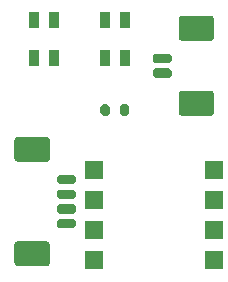
<source format=gbs>
G04 #@! TF.GenerationSoftware,KiCad,Pcbnew,(5.1.10)-1*
G04 #@! TF.CreationDate,2021-06-29T14:50:17+09:00*
G04 #@! TF.ProjectId,ble_spo2_dgmif,626c655f-7370-46f3-925f-64676d69662e,rev?*
G04 #@! TF.SameCoordinates,Original*
G04 #@! TF.FileFunction,Soldermask,Bot*
G04 #@! TF.FilePolarity,Negative*
%FSLAX46Y46*%
G04 Gerber Fmt 4.6, Leading zero omitted, Abs format (unit mm)*
G04 Created by KiCad (PCBNEW (5.1.10)-1) date 2021-06-29 14:50:17*
%MOMM*%
%LPD*%
G01*
G04 APERTURE LIST*
%ADD10R,0.812800X1.422400*%
%ADD11R,1.524000X1.524000*%
G04 APERTURE END LIST*
D10*
X103175000Y-131600200D03*
X104825000Y-131600200D03*
X104825000Y-128399800D03*
X103175000Y-128399800D03*
X109175000Y-131600200D03*
X110825000Y-131600200D03*
X110825000Y-128399800D03*
X109175000Y-128399800D03*
G36*
G01*
X108775000Y-136275000D02*
X108775000Y-135725000D01*
G75*
G02*
X108975000Y-135525000I200000J0D01*
G01*
X109375000Y-135525000D01*
G75*
G02*
X109575000Y-135725000I0J-200000D01*
G01*
X109575000Y-136275000D01*
G75*
G02*
X109375000Y-136475000I-200000J0D01*
G01*
X108975000Y-136475000D01*
G75*
G02*
X108775000Y-136275000I0J200000D01*
G01*
G37*
G36*
G01*
X110425000Y-136275000D02*
X110425000Y-135725000D01*
G75*
G02*
X110625000Y-135525000I200000J0D01*
G01*
X111025000Y-135525000D01*
G75*
G02*
X111225000Y-135725000I0J-200000D01*
G01*
X111225000Y-136275000D01*
G75*
G02*
X111025000Y-136475000I-200000J0D01*
G01*
X110625000Y-136475000D01*
G75*
G02*
X110425000Y-136275000I0J200000D01*
G01*
G37*
D11*
X118410000Y-148676000D03*
X118410000Y-146136000D03*
X118410000Y-143596000D03*
X118410000Y-141056000D03*
X108250000Y-141056000D03*
X108250000Y-143596000D03*
X108250000Y-146136000D03*
X108250000Y-148676000D03*
G36*
G01*
X115650000Y-134375000D02*
X118150000Y-134375000D01*
G75*
G02*
X118400000Y-134625000I0J-250000D01*
G01*
X118400000Y-136225000D01*
G75*
G02*
X118150000Y-136475000I-250000J0D01*
G01*
X115650000Y-136475000D01*
G75*
G02*
X115400000Y-136225000I0J250000D01*
G01*
X115400000Y-134625000D01*
G75*
G02*
X115650000Y-134375000I250000J0D01*
G01*
G37*
G36*
G01*
X115650000Y-128025000D02*
X118150000Y-128025000D01*
G75*
G02*
X118400000Y-128275000I0J-250000D01*
G01*
X118400000Y-129875000D01*
G75*
G02*
X118150000Y-130125000I-250000J0D01*
G01*
X115650000Y-130125000D01*
G75*
G02*
X115400000Y-129875000I0J250000D01*
G01*
X115400000Y-128275000D01*
G75*
G02*
X115650000Y-128025000I250000J0D01*
G01*
G37*
G36*
G01*
X113400000Y-132475000D02*
X114600000Y-132475000D01*
G75*
G02*
X114800000Y-132675000I0J-200000D01*
G01*
X114800000Y-133075000D01*
G75*
G02*
X114600000Y-133275000I-200000J0D01*
G01*
X113400000Y-133275000D01*
G75*
G02*
X113200000Y-133075000I0J200000D01*
G01*
X113200000Y-132675000D01*
G75*
G02*
X113400000Y-132475000I200000J0D01*
G01*
G37*
G36*
G01*
X113400000Y-131225000D02*
X114600000Y-131225000D01*
G75*
G02*
X114800000Y-131425000I0J-200000D01*
G01*
X114800000Y-131825000D01*
G75*
G02*
X114600000Y-132025000I-200000J0D01*
G01*
X113400000Y-132025000D01*
G75*
G02*
X113200000Y-131825000I0J200000D01*
G01*
X113200000Y-131425000D01*
G75*
G02*
X113400000Y-131225000I200000J0D01*
G01*
G37*
G36*
G01*
X104250000Y-140375000D02*
X101750000Y-140375000D01*
G75*
G02*
X101500000Y-140125000I0J250000D01*
G01*
X101500000Y-138525000D01*
G75*
G02*
X101750000Y-138275000I250000J0D01*
G01*
X104250000Y-138275000D01*
G75*
G02*
X104500000Y-138525000I0J-250000D01*
G01*
X104500000Y-140125000D01*
G75*
G02*
X104250000Y-140375000I-250000J0D01*
G01*
G37*
G36*
G01*
X104250000Y-149225000D02*
X101750000Y-149225000D01*
G75*
G02*
X101500000Y-148975000I0J250000D01*
G01*
X101500000Y-147375000D01*
G75*
G02*
X101750000Y-147125000I250000J0D01*
G01*
X104250000Y-147125000D01*
G75*
G02*
X104500000Y-147375000I0J-250000D01*
G01*
X104500000Y-148975000D01*
G75*
G02*
X104250000Y-149225000I-250000J0D01*
G01*
G37*
G36*
G01*
X106500000Y-142275000D02*
X105300000Y-142275000D01*
G75*
G02*
X105100000Y-142075000I0J200000D01*
G01*
X105100000Y-141675000D01*
G75*
G02*
X105300000Y-141475000I200000J0D01*
G01*
X106500000Y-141475000D01*
G75*
G02*
X106700000Y-141675000I0J-200000D01*
G01*
X106700000Y-142075000D01*
G75*
G02*
X106500000Y-142275000I-200000J0D01*
G01*
G37*
G36*
G01*
X106500000Y-143525000D02*
X105300000Y-143525000D01*
G75*
G02*
X105100000Y-143325000I0J200000D01*
G01*
X105100000Y-142925000D01*
G75*
G02*
X105300000Y-142725000I200000J0D01*
G01*
X106500000Y-142725000D01*
G75*
G02*
X106700000Y-142925000I0J-200000D01*
G01*
X106700000Y-143325000D01*
G75*
G02*
X106500000Y-143525000I-200000J0D01*
G01*
G37*
G36*
G01*
X106500000Y-144775000D02*
X105300000Y-144775000D01*
G75*
G02*
X105100000Y-144575000I0J200000D01*
G01*
X105100000Y-144175000D01*
G75*
G02*
X105300000Y-143975000I200000J0D01*
G01*
X106500000Y-143975000D01*
G75*
G02*
X106700000Y-144175000I0J-200000D01*
G01*
X106700000Y-144575000D01*
G75*
G02*
X106500000Y-144775000I-200000J0D01*
G01*
G37*
G36*
G01*
X106500000Y-146025000D02*
X105300000Y-146025000D01*
G75*
G02*
X105100000Y-145825000I0J200000D01*
G01*
X105100000Y-145425000D01*
G75*
G02*
X105300000Y-145225000I200000J0D01*
G01*
X106500000Y-145225000D01*
G75*
G02*
X106700000Y-145425000I0J-200000D01*
G01*
X106700000Y-145825000D01*
G75*
G02*
X106500000Y-146025000I-200000J0D01*
G01*
G37*
M02*

</source>
